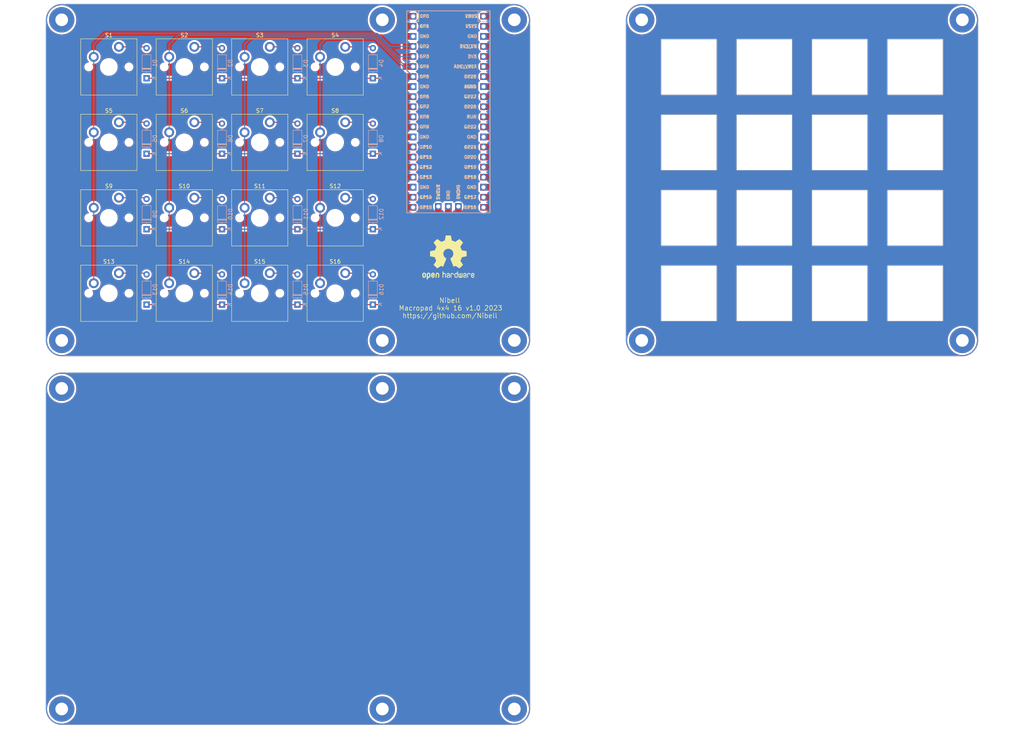
<source format=kicad_pcb>
(kicad_pcb (version 20221018) (generator pcbnew)
  (layers (0 "F.Cu" signal) (31 "B.Cu" signal) (34 "B.Paste" user) (35 "F.Paste" user) (36 "B.SilkS" user "B.Silkscreen") (37 "F.SilkS" user "F.Silkscreen") (38 "B.Mask" user) (39 "F.Mask" user) (44 "Edge.Cuts" user))
  (net 0 "")
  (net 1 "Row 0")
  (net 2 "Net-(D1-A)")
  (net 3 "Net-(D2-A)")
  (net 4 "Net-(D3-A)")
  (net 5 "Net-(D4-A)")
  (net 6 "Row 1")
  (net 7 "Net-(D5-A)")
  (net 8 "Net-(D6-A)")
  (net 9 "Net-(D7-A)")
  (net 10 "Net-(D8-A)")
  (net 11 "Row 2")
  (net 12 "Net-(D9-A)")
  (net 13 "Net-(D10-A)")
  (net 14 "Net-(D11-A)")
  (net 15 "Net-(D12-A)")
  (net 16 "Row 3")
  (net 17 "Net-(D13-A)")
  (net 18 "Net-(D14-A)")
  (net 19 "Net-(D15-A)")
  (net 20 "Net-(D16-A)")
  (net 21 "Col 0")
  (net 22 "Col 1")
  (net 23 "Col 2")
  (net 59 "Col 3")
  (footprint "MX:MX_PCB_1.00u" (layer "F.Cu") (at 50.2625 87.261875)
    (fp_text reference "S14")
    (fp_text value "Keyswitch")
  )
  (footprint "Symbol:OSHW-Logo2_14.6x12mm_SilkScreen" (layer "F.Cu") (at 116.9375 78.213125)
    (fp_text reference "REF**" hide)
    (fp_text value "OSHW-Logo2_14.6x12mm_SilkScreen" hide)
  )
  (footprint "MX:MX_PCB_1.00u" (layer "F.Cu") (at 88.3625 49.161875)
    (fp_text reference "S8")
    (fp_text value "Keyswitch")
  )
  (footprint "MountingHole:MountingHole_3.2mm_M3_Pad_TopBottom" (layer "F.Cu") (at 19.30626 111.275625)
    (fp_text reference "REF**" hide)
    (fp_text value "MountingHole_3.2mm_M3_Pad_TopBottom")
  )
  (footprint "MountingHole:MountingHole_3.2mm_M3_Pad_TopBottom" (layer "F.Cu") (at 100.26875 192.23812)
    (fp_text reference "REF**" hide)
    (fp_text value "MountingHole_3.2mm_M3_Pad_TopBottom")
  )
  (footprint "MX:MX_PCB_1.00u" (layer "F.Cu") (at 69.3125 30.111875)
    (fp_text reference "S3")
    (fp_text value "Keyswitch")
  )
  (footprint "MountingHole:MountingHole_3.2mm_M3_Pad_TopBottom" (layer "F.Cu") (at 133.6063 192.23815)
    (fp_text reference "REF**" hide)
    (fp_text value "MountingHole_3.2mm_M3_Pad_TopBottom")
  )
  (footprint "MX:MX_PCB_1.00u" (layer "F.Cu") (at 69.3125 49.161875)
    (fp_text reference "S7")
    (fp_text value "Keyswitch")
  )
  (footprint "MX:MX_PCB_1.00u" (layer "F.Cu") (at 50.2625 68.211875)
    (fp_text reference "S10")
    (fp_text value "Keyswitch")
  )
  (footprint "MCU:Raspberry_Pi_Pico" (layer "F.Cu") (at 116.93751 41.435625)
    (fp_text reference "U1" hide)
    (fp_text value "Raspberry_Pi_Pico" hide)
  )
  (footprint "MountingHole:MountingHole_3.2mm_M3_Pad_TopBottom" (layer "F.Cu") (at 19.30626 18.20563)
    (fp_text reference "REF**" hide)
    (fp_text value "MountingHole_3.2mm_M3_Pad_TopBottom")
  )
  (footprint "MX:MX_PCB_1.00u" (layer "F.Cu") (at 31.2125 30.111875)
    (fp_text reference "S1")
    (fp_text value "Keyswitch")
  )
  (footprint "MX:MX_PCB_1.00u" (layer "F.Cu") (at 69.3125 68.211875)
    (fp_text reference "S11")
    (fp_text value "Keyswitch")
  )
  (footprint "MountingHole:MountingHole_3.2mm_M3_Pad_TopBottom" (layer "F.Cu") (at 165.76875 18.20563)
    (fp_text reference "REF**" hide)
    (fp_text value "MountingHole_3.2mm_M3_Pad_TopBottom")
  )
  (footprint "MountingHole:MountingHole_3.2mm_M3_Pad_TopBottom" (layer "F.Cu") (at 133.60626 18.20563)
    (fp_text reference "REF**" hide)
    (fp_text value "MountingHole_3.2mm_M3_Pad_TopBottom")
  )
  (footprint "MountingHole:MountingHole_3.2mm_M3_Pad_TopBottom" (layer "F.Cu") (at 100.26875 99.168125)
    (fp_text reference "REF**" hide)
    (fp_text value "MountingHole_3.2mm_M3_Pad_TopBottom")
  )
  (footprint "MountingHole:MountingHole_3.2mm_M3_Pad_TopBottom" (layer "F.Cu") (at 19.30625 99.16812)
    (fp_text reference "REF**" hide)
    (fp_text value "MountingHole_3.2mm_M3_Pad_TopBottom")
  )
  (footprint "MountingHole:MountingHole_3.2mm_M3_Pad_TopBottom" (layer "F.Cu") (at 246.73124 99.168125)
    (fp_text reference "REF**" hide)
    (fp_text value "MountingHole_3.2mm_M3_Pad_TopBottom")
  )
  (footprint "MountingHole:MountingHole_3.2mm_M3_Pad_TopBottom" (layer "F.Cu") (at 165.76874 99.16812)
    (fp_text reference "REF**" hide)
    (fp_text value "MountingHole_3.2mm_M3_Pad_TopBottom")
  )
  (footprint "MX:MX_PCB_1.00u" (layer "F.Cu") (at 88.3625 68.211875)
    (fp_text reference "S12")
    (fp_text value "Keyswitch")
  )
  (footprint "MountingHole:MountingHole_3.2mm_M3_Pad_TopBottom" (layer "F.Cu") (at 100.26876 18.20563)
    (fp_text reference "REF**" hide)
    (fp_text value "MountingHole_3.2mm_M3_Pad_TopBottom")
  )
  (footprint "MX:MX_PCB_1.00u" (layer "F.Cu") (at 31.2125 49.161875)
    (fp_text reference "S5")
    (fp_text value "Keyswitch")
  )
  (footprint "MX:MX_PCB_1.00u" (layer "F.Cu") (at 31.2125 87.261875)
    (fp_text reference "S13")
    (fp_text value "Keyswitch")
  )
  (footprint "MX:MX_PCB_1.00u" (layer "F.Cu") (at 88.3625 87.261875)
    (fp_text reference "S16")
    (fp_text value "Keyswitch")
  )
  (footprint "MountingHole:MountingHole_3.2mm_M3_Pad_TopBottom" (layer "F.Cu") (at 246.73125 18.20563)
    (fp_text reference "REF**" hide)
    (fp_text value "MountingHole_3.2mm_M3_Pad_TopBottom")
  )
  (footprint "MX:MX_PCB_1.00u" (layer "F.Cu") (at 50.2625 49.161875)
    (fp_text reference "S6")
    (fp_text value "Keyswitch")
  )
  (footprint "MountingHole:MountingHole_3.2mm_M3_Pad_TopBottom" (layer "F.Cu") (at 133.6063 99.168155)
    (fp_text reference "REF**" hide)
    (fp_text value "MountingHole_3.2mm_M3_Pad_TopBottom")
  )
  (footprint "MountingHole:MountingHole_3.2mm_M3_Pad_TopBottom" (layer "F.Cu") (at 133.60626 111.275625)
    (fp_text reference "REF**" hide)
    (fp_text value "MountingHole_3.2mm_M3_Pad_TopBottom")
  )
  (footprint "MX:MX_PCB_1.00u" (layer "F.Cu") (at 88.3625 30.111875)
    (fp_text reference "S4")
    (fp_text value "Keyswitch")
  )
  (footprint "MountingHole:MountingHole_3.2mm_M3_Pad_TopBottom" (layer "F.Cu") (at 100.26876 111.275625)
    (fp_text reference "REF**" hide)
    (fp_text value "MountingHole_3.2mm_M3_Pad_TopBottom")
  )
  (footprint "MX:MX_PCB_1.00u" (layer "F.Cu") (at 50.2625 30.111875)
    (fp_text reference "S2")
    (fp_text value "Keyswitch")
  )
  (footprint "MountingHole:MountingHole_3.2mm_M3_Pad_TopBottom" (layer "F.Cu") (at 19.30625 192.238115)
    (fp_text reference "REF**" hide)
    (fp_text value "MountingHole_3.2mm_M3_Pad_TopBottom")
  )
  (footprint "MX:MX_PCB_1.00u" (layer "F.Cu") (at 31.2125 68.211875)
    (fp_text reference "S9")
    (fp_text value "Keyswitch")
  )
  (footprint "MX:MX_PCB_1.00u" (layer "F.Cu") (at 69.3125 87.261875)
    (fp_text reference "S15")
    (fp_text value "Keyswitch")
  )
  (footprint "Components:Diode_DO-35" (layer "B.Cu") (at 40.7375 71.069375 90)
    (fp_text reference "D9")
    (fp_text value "Diode")
  )
  (footprint "Components:Diode_DO-35" (layer "B.Cu") (at 78.8375 71.069375 90)
    (fp_text reference "D11")
    (fp_text value "Diode")
  )
  (footprint "Components:Diode_DO-35" (layer "B.Cu") (at 40.7375 32.969375 90)
    (fp_text reference "D1")
    (fp_text value "Diode")
  )
  (footprint "Components:Diode_DO-35" (layer "B.Cu") (at 59.7875 90.119375 90)
    (fp_text reference "D14")
    (fp_text value "Diode")
  )
  (footprint "Components:Diode_DO-35" (layer "B.Cu") (at 97.8875 52.019375 90)
    (fp_text reference "D8")
    (fp_text value "Diode")
  )
  (footprint "Components:Diode_DO-35" (layer "B.Cu") (at 59.7875 52.019375 90)
    (fp_text reference "D6")
    (fp_text value "Diode")
  )
  (footprint "Components:Diode_DO-35" (layer "B.Cu") (at 97.8875 90.119375 90)
    (fp_text reference "D16")
    (fp_text value "Diode")
  )
  (footprint "Components:Diode_DO-35" (layer "B.Cu") (at 40.7375 90.119375 90)
    (fp_text reference "D13")
    (fp_text value "Diode")
  )
  (footprint "Components:Diode_DO-35" (layer "B.Cu") (at 97.8875 71.069375 90)
    (fp_text reference "D12")
    (fp_text value "Diode")
  )
  (footprint "Components:Diode_DO-35" (layer "B.Cu") (at 78.8375 90.119375 90)
    (fp_text reference "D15")
    (fp_text value "Diode")
  )
  (footprint "Components:Diode_DO-35" (layer "B.Cu") (at 78.8375 52.019375 90)
    (fp_text reference "D7")
    (fp_text value "Diode")
  )
  (footprint "Components:Diode_DO-35" (layer "B.Cu") (at 40.7375 52.019375 90)
    (fp_text reference "D5")
    (fp_text value "Diode")
  )
  (footprint "Components:Diode_DO-35" (layer "B.Cu") (at 97.8875 32.969375 90)
    (fp_text reference "D4")
    (fp_text value "Diode")
  )
  (footprint "Components:Diode_DO-35" (layer "B.Cu") (at 59.7875 32.969375 90)
    (fp_text reference "D2")
    (fp_text value "Diode")
  )
  (footprint "Components:Diode_DO-35" (layer "B.Cu") (at 78.8375 32.969375 90)
    (fp_text reference "D3")
    (fp_text value "Diode")
  )
  (footprint "Components:Diode_DO-35" (layer "B.Cu") (at 59.7875 71.069375 90)
    (fp_text reference "D10")
    (fp_text value "Diode")
  )
  (gr_rect (start 170.67499 61.211875) (end 184.67499 75.211875) (stroke (width 0.1)) (fill none) (layer "Edge.Cuts"))
  (gr_line (start 161.76874 99.16812) (end 161.76875 18.20563) (stroke (width 0.1)) (layer "Edge.Cuts"))
  (gr_arc (start 133.60631 107.275625) (mid 136.434712 108.447223) (end 137.60631 111.275625) (stroke (width 0.1)) (layer "Edge.Cuts"))
  (gr_line (start 137.60631 18.20563) (end 137.6063 99.168155) (stroke (width 0.1)) (layer "Edge.Cuts"))
  (gr_rect (start 170.67499 80.261875) (end 184.67499 94.261875) (stroke (width 0.1)) (fill none) (layer "Edge.Cuts"))
  (gr_rect (start 227.82499 80.261875) (end 241.82499 94.261875) (stroke (width 0.1)) (fill none) (layer "Edge.Cuts"))
  (gr_arc (start 250.73124 99.168125) (mid 249.559667 101.996552) (end 246.73124 103.168125) (stroke (width 0.1)) (layer "Edge.Cuts"))
  (gr_line (start 133.60631 107.275625) (end 19.30626 107.275625) (stroke (width 0.1)) (layer "Edge.Cuts"))
  (gr_line (start 246.73124 103.168125) (end 165.76874 103.16812) (stroke (width 0.1)) (layer "Edge.Cuts"))
  (gr_arc (start 15.30626 111.275625) (mid 16.477833 108.447198) (end 19.30626 107.275625) (stroke (width 0.1)) (layer "Edge.Cuts"))
  (gr_arc (start 161.76875 18.20563) (mid 162.940323 15.377203) (end 165.76875 14.20563) (stroke (width 0.1)) (layer "Edge.Cuts"))
  (gr_rect (start 189.72499 61.211875) (end 203.72499 75.211875) (stroke (width 0.1)) (fill none) (layer "Edge.Cuts"))
  (gr_rect (start 208.77499 42.161875) (end 222.77499 56.161875) (stroke (width 0.1)) (fill none) (layer "Edge.Cuts"))
  (gr_rect (start 170.67499 23.111875) (end 184.67499 37.111875) (stroke (width 0.1)) (fill none) (layer "Edge.Cuts"))
  (gr_arc (start 137.6063 99.168155) (mid 136.43472 101.99658) (end 133.6063 103.168155) (stroke (width 0.1)) (layer "Edge.Cuts"))
  (gr_rect (start 208.77499 23.111875) (end 222.77499 37.111875) (stroke (width 0.1)) (fill none) (layer "Edge.Cuts"))
  (gr_rect (start 189.72499 80.261875) (end 203.72499 94.261875) (stroke (width 0.1)) (fill none) (layer "Edge.Cuts"))
  (gr_rect (start 189.72499 23.111875) (end 203.72499 37.111875) (stroke (width 0.1)) (fill none) (layer "Edge.Cuts"))
  (gr_arc (start 19.30625 103.16812) (mid 16.477823 101.996547) (end 15.30625 99.16812) (stroke (width 0.1)) (layer "Edge.Cuts"))
  (gr_rect (start 227.82499 42.161875) (end 241.82499 56.161875) (stroke (width 0.1)) (fill none) (layer "Edge.Cuts"))
  (gr_arc (start 19.30625 196.238115) (mid 16.477823 195.066542) (end 15.30625 192.238115) (stroke (width 0.1)) (layer "Edge.Cuts"))
  (gr_arc (start 165.76874 103.16812) (mid 162.940313 101.996547) (end 161.76874 99.16812) (stroke (width 0.1)) (layer "Edge.Cuts"))
  (gr_line (start 250.73125 18.20563) (end 250.73124 99.168125) (stroke (width 0.1)) (layer "Edge.Cuts"))
  (gr_arc (start 246.73125 14.20563) (mid 249.559677 15.377203) (end 250.73125 18.20563) (stroke (width 0.1)) (layer "Edge.Cuts"))
  (gr_line (start 133.6063 196.23815) (end 19.30625 196.238115) (stroke (width 0.1)) (layer "Edge.Cuts"))
  (gr_rect (start 227.82499 61.211875) (end 241.82499 75.211875) (stroke (width 0.1)) (fill none) (layer "Edge.Cuts"))
  (gr_arc (start 15.30626 18.20563) (mid 16.477833 15.377203) (end 19.30626 14.20563) (stroke (width 0.1)) (layer "Edge.Cuts"))
  (gr_rect (start 208.77499 80.261875) (end 222.77499 94.261875) (stroke (width 0.1)) (fill none) (layer "Edge.Cuts"))
  (gr_line (start 133.60631 14.20563) (end 19.30626 14.20563) (stroke (width 0.1)) (layer "Edge.Cuts"))
  (gr_rect (start 227.82499 23.111875) (end 241.82499 37.111875) (stroke (width 0.1)) (fill none) (layer "Edge.Cuts"))
  (gr_rect (start 208.77499 61.211875) (end 222.77499 75.211875) (stroke (width 0.1)) (fill none) (layer "Edge.Cuts"))
  (gr_line (start 133.6063 103.168155) (end 19.30625 103.16812) (stroke (width 0.1)) (layer "Edge.Cuts"))
  (gr_rect (start 170.67499 42.161875) (end 184.67499 56.161875) (stroke (width 0.1)) (fill none) (layer "Edge.Cuts"))
  (gr_line (start 15.30625 99.16812) (end 15.30626 18.20563) (stroke (width 0.1)) (layer "Edge.Cuts"))
  (gr_line (start 137.60631 111.275625) (end 137.6063 192.23815) (stroke (width 0.1)) (layer "Edge.Cuts"))
  (gr_arc (start 133.60631 14.20563) (mid 136.434705 15.377221) (end 137.60631 18.20563) (stroke (width 0.1)) (layer "Edge.Cuts"))
  (gr_line (start 246.73125 14.20563) (end 165.76875 14.20563) (stroke (width 0.1)) (layer "Edge.Cuts"))
  (gr_line (start 15.30625 192.238115) (end 15.30626 111.275625) (stroke (width 0.1)) (layer "Edge.Cuts"))
  (gr_rect (start 189.72499 42.161875) (end 203.72499 56.161875) (stroke (width 0.1)) (fill none) (layer "Edge.Cuts"))
  (gr_arc (start 137.6063 192.23815) (mid 136.434722 195.066572) (end 133.6063 196.23815) (stroke (width 0.1)) (layer "Edge.Cuts"))
  (gr_text "		 Nibell\nMacropad 4x4 16 v1.0 2023\n https://github.com/Nibell" (at 104.3625 93.629375) (layer "F.SilkS") (effects (font (size 1.2 1.2)) (justify left bottom)))
  (segment (start 103.813755 50.325625) (end 108.04751 50.325625) (width 0.25) (layer "F.Cu") (net 1))
  (segment (start 97.8875 32.969375) (end 100.745005 32.969375) (width 0.25) (layer "F.Cu") (net 1))
  (segment (start 40.7375 32.969375) (end 97.8875 32.969375) (width 0.25) (layer "F.Cu") (net 1))
  (segment (start 102.65001 34.87438) (end 102.65001 49.16188) (width 0.25) (layer "F.Cu") (net 1))
  (segment (start 102.65001 49.16188) (end 103.813755 50.325625) (width 0.25) (layer "F.Cu") (net 1))
  (segment (start 100.745005 32.969375) (end 102.65001 34.87438) (width 0.25) (layer "F.Cu") (net 1))
  (segment (start 33.7525 25.031875) (end 40.42 25.031875) (width 0.25) (layer "F.Cu") (net 2))
  (segment (start 40.42 25.031875) (end 40.7375 25.349375) (width 0.25) (layer "F.Cu") (net 2))
  (segment (start 59.47 25.031875) (end 59.7875 25.349375) (width 0.25) (layer "F.Cu") (net 3))
  (segment (start 52.8025 25.031875) (end 59.47 25.031875) (width 0.25) (layer "F.Cu") (net 3))
  (segment (start 71.8525 25.031875) (end 78.52 25.031875) (width 0.25) (layer "F.Cu") (net 4))
  (segment (start 78.52 25.031875) (end 78.8375 25.349375) (width 0.25) (layer "F.Cu") (net 4))
  (segment (start 97.57 25.031875) (end 97.8875 25.349375) (width 0.25) (layer "F.Cu") (net 5))
  (segment (start 90.9025 25.031875) (end 97.57 25.031875) (width 0.25) (layer "F.Cu") (net 5))
  (segment (start 97.90125 52.005625) (end 97.8875 52.019375) (width 0.25) (layer "F.Cu") (net 6))
  (segment (start 40.7375 52.019375) (end 97.8875 52.019375) (width 0.25) (layer "F.Cu") (net 6))
  (segment (start 102.65001 52.865625) (end 108.04751 52.865625) (width 0.25) (layer "F.Cu") (net 6))
  (segment (start 101.80376 52.019375) (end 102.65001 52.865625) (width 0.25) (layer "F.Cu") (net 6))
  (segment (start 97.8875 52.019375) (end 97.8875 52.324375) (width 0.25) (layer "F.Cu") (net 6))
  (segment (start 97.8875 52.019375) (end 101.80376 52.019375) (width 0.25) (layer "F.Cu") (net 6))
  (segment (start 40.42 44.081875) (end 40.7375 44.399375) (width 0.25) (layer "F.Cu") (net 7))
  (segment (start 33.7525 44.081875) (end 40.42 44.081875) (width 0.25) (layer "F.Cu") (net 7))
  (segment (start 52.8025 44.081875) (end 59.47 44.081875) (width 0.25) (layer "F.Cu") (net 8))
  (segment (start 59.47 44.081875) (end 59.7875 44.399375) (width 0.25) (layer "F.Cu") (net 8))
  (segment (start 78.52 44.081875) (end 78.8375 44.399375) (width 0.25) (layer "F.Cu") (net 9))
  (segment (start 71.8525 44.081875) (end 78.52 44.081875) (width 0.25) (layer "F.Cu") (net 9))
  (segment (start 97.57 44.081875) (end 97.8875 44.399375) (width 0.25) (layer "F.Cu") (net 10))
  (segment (start 90.9025 44.081875) (end 97.57 44.081875) (width 0.25) (layer "F.Cu") (net 10))
  (segment (start 102.65001 56.30563) (end 103.550015 55.405625) (width 0.25) (layer "F.Cu") (net 11))
  (segment (start 102.173765 71.069375) (end 102.65001 70.59313) (width 0.25) (layer "F.Cu") (net 11))
  (segment (start 102.65001 70.59313) (end 102.65001 56.30563) (width 0.25) (layer "F.Cu") (net 11))
  (segment (start 97.8875 71.069375) (end 102.173765 71.069375) (width 0.25) (layer "F.Cu") (net 11))
  (segment (start 103.550015 55.405625) (end 108.04751 55.405625) (width 0.25) (layer "F.Cu") (net 11))
  (segment (start 40.7375 71.069375) (end 97.8875 71.069375) (width 0.25) (layer "F.Cu") (net 11))
  (segment (start 33.7525 63.131875) (end 40.42 63.131875) (width 0.25) (layer "F.Cu") (net 12))
  (segment (start 40.42 63.131875) (end 40.7375 63.449375) (width 0.25) (layer "F.Cu") (net 12))
  (segment (start 52.8025 63.131875) (end 59.47 63.131875) (width 0.25) (layer "F.Cu") (net 13))
  (segment (start 59.47 63.131875) (end 59.7875 63.449375) (width 0.25) (layer "F.Cu") (net 13))
  (segment (start 71.8525 63.131875) (end 78.52 63.131875) (width 0.25) (layer "F.Cu") (net 14))
  (segment (start 78.52 63.131875) (end 78.8375 63.449375) (width 0.25) (layer "F.Cu") (net 14))
  (segment (start 90.9025 63.131875) (end 97.57 63.131875) (width 0.25) (layer "F.Cu") (net 15))
  (segment (start 97.57 63.131875) (end 97.8875 63.449375) (width 0.25) (layer "F.Cu") (net 15))
  (segment (start 102.173765 90.119375) (end 103.10001 89.19313) (width 0.25) (layer "F.Cu") (net 16))
  (segment (start 103.10001 58.23688) (end 103.391265 57.945625) (width 0.25) (layer "F.Cu") (net 16))
  (segment (start 103.10001 89.19313) (end 103.10001 58.23688) (width 0.25) (layer "F.Cu") (net 16))
  (segment (start 103.391265 57.945625) (end 108.04751 57.945625) (width 0.25) (layer "F.Cu") (net 16))
  (segment (start 97.8875 90.119375) (end 102.173765 90.119375) (width 0.25) (layer "F.Cu") (net 16))
  (segment (start 40.7375 90.119375) (end 97.8875 90.119375) (width 0.25) (layer "F.Cu") (net 16))
  (segment (start 40.42 82.181875) (end 40.7375 82.499375) (width 0.25) (layer "F.Cu") (net 17))
  (segment (start 33.7525 82.181875) (end 40.42 82.181875) (width 0.25) (layer "F.Cu") (net 17))
  (segment (start 52.8025 82.181875) (end 59.47 82.181875) (width 0.25) (layer "F.Cu") (net 18))
  (segment (start 59.47 82.181875) (end 59.7875 82.499375) (width 0.25) (layer "F.Cu") (net 18))
  (segment (start 78.52 82.181875) (end 78.8375 82.499375) (width 0.25) (layer "F.Cu") (net 19))
  (segment (start 71.8525 82.181875) (end 78.52 82.181875) (width 0.25) (layer "F.Cu") (net 19))
  (segment (start 97.57 82.181875) (end 97.8875 82.499375) (width 0.25) (layer "F.Cu") (net 20))
  (segment (start 90.9025 82.181875) (end 97.57 82.181875) (width 0.25) (layer "F.Cu") (net 20))
  (segment (start 27.4025 27.571875) (end 27.4025 84.721875) (width 0.25) (layer "B.Cu") (net 21))
  (segment (start 27.4025 27.571875) (end 27.4025 24.396875) (width 0.25) (layer "B.Cu") (net 21))
  (segment (start 30.18125 21.618125) (end 99.029198 21.618125) (width 0.25) (layer "B.Cu") (net 21))
  (segment (start 27.4025 24.396875) (end 30.18125 21.618125) (width 0.25) (layer "B.Cu") (net 21))
  (segment (start 99.029198 21.618125) (end 102.336698 24.925625) (width 0.25) (layer "B.Cu") (net 21))
  (segment (start 102.336698 24.925625) (end 108.04751 24.925625) (width 0.25) (layer "B.Cu") (net 21))
  (segment (start 98.842802 22.068125) (end 104.240302 27.465625) (width 0.25) (layer "B.Cu") (net 22))
  (segment (start 46.4525 84.721875) (end 46.4525 27.571875) (width 0.25) (layer "B.Cu") (net 22))
  (segment (start 46.4525 27.571875) (end 46.4525 24.396875) (width 0.25) (layer "B.Cu") (net 22))
  (segment (start 48.78125 22.068125) (end 98.842802 22.068125) (width 0.25) (layer "B.Cu") (net 22))
  (segment (start 46.4525 24.396875) (end 48.78125 22.068125) (width 0.25) (layer "B.Cu") (net 22))
  (segment (start 104.240302 27.465625) (end 108.04751 27.465625) (width 0.25) (layer "B.Cu") (net 22))
  (segment (start 106.143906 30.005625) (end 108.04751 30.005625) (width 0.25) (layer "B.Cu") (net 23))
  (segment (start 65.5025 27.571875) (end 65.5025 84.721875) (width 0.25) (layer "B.Cu") (net 23))
  (segment (start 65.5025 24.396875) (end 67.38125 22.518125) (width 0.25) (layer "B.Cu") (net 23))
  (segment (start 67.38125 22.518125) (end 98.656406 22.518125) (width 0.25) (layer "B.Cu") (net 23))
  (segment (start 98.656406 22.518125) (end 106.143906 30.005625) (width 0.25) (layer "B.Cu") (net 23))
  (segment (start 65.5025 27.571875) (end 65.5025 24.396875) (width 0.25) (layer "B.Cu") (net 23))
  (segment (start 98.47001 22.968125) (end 108.04751 32.545625) (width 0.25) (layer "B.Cu") (net 59))
  (segment (start 84.5525 24.396875) (end 85.98125 22.968125) (width 0.25) (layer "B.Cu") (net 59))
  (segment (start 84.5525 27.571875) (end 84.5525 84.721875) (width 0.25) (layer "B.Cu") (net 59))
  (segment (start 84.5525 27.571875) (end 84.5525 24.396875) (width 0.25) (layer "B.Cu") (net 59))
  (segment (start 85.98125 22.968125) (end 98.47001 22.968125) (width 0.25) (layer "B.Cu") (net 59))
  (zone (net 0) (net_name "") (layers "F&B.Cu") (connect_pads (clearance 0.5)) (min_thickness 0.25) (fill yes (thermal_gap 0.5) (thermal_bridge_width 0.5) (island_removal_mode 1) (island_area_min 10))
    (polygon (pts (xy 159.76875 13.20563) (xy 251.93125 13.20563) (xy 251.93125 104.20563) (xy 159.76875 104.20563)))
  )
  (zone (net 0) (net_name "") (layers "F&B.Cu") (connect_pads (clearance 0.5)) (min_thickness 0.25) (fill yes (thermal_gap 0.5) (thermal_bridge_width 0.5) (island_removal_mode 1) (island_area_min 10))
    (polygon (pts (xy 13.30626 13.20563) (xy 138.80626 13.20563) (xy 138.80626 104.20563) (xy 13.30626 104.20563)))
  )
  (zone (net 0) (net_name "") (layers "F&B.Cu") (connect_pads (clearance 0.5)) (min_thickness 0.25) (fill yes (thermal_gap 0.5) (thermal_bridge_width 0.5) (island_removal_mode 1) (island_area_min 10))
    (polygon (pts (xy 13.30626 106.275625) (xy 138.80626 106.275625) (xy 138.80626 197.275625) (xy 13.30626 197.275625)))
  )
)
</source>
